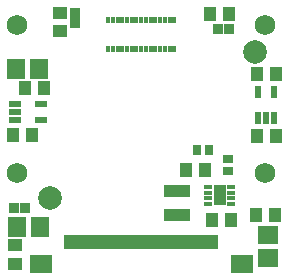
<source format=gts>
G04*
G04 #@! TF.GenerationSoftware,Altium Limited,Altium Designer,19.1.8 (144)*
G04*
G04 Layer_Color=8388736*
%FSLAX44Y44*%
%MOMM*%
G71*
G01*
G75*
%ADD29R,0.3200X0.6000*%
%ADD30R,0.5000X1.0000*%
%ADD31R,1.0000X0.5000*%
%ADD32R,0.6400X0.4200*%
%ADD33R,1.0400X1.7400*%
%ADD34R,1.1032X1.2032*%
%ADD35R,0.7532X0.8532*%
%ADD36R,2.2032X1.0032*%
%ADD37R,0.8232X0.8232*%
%ADD38R,0.5032X1.2032*%
%ADD39R,1.8532X1.5032*%
%ADD40R,1.5032X1.7032*%
%ADD41R,0.8532X0.7532*%
%ADD42R,1.7032X1.5032*%
%ADD43R,1.2032X1.1032*%
%ADD44R,0.8232X0.8232*%
%ADD45C,2.0000*%
%ADD46C,1.7272*%
%ADD47C,0.5032*%
D29*
X28001Y103309D02*
D03*
X24001D02*
D03*
X20001D02*
D03*
X16001D02*
D03*
X4001D02*
D03*
X1D02*
D03*
X-3999D02*
D03*
X-7999D02*
D03*
X-11999D02*
D03*
X-15999D02*
D03*
X-19999D02*
D03*
X-23999D02*
D03*
X-27999D02*
D03*
Y79309D02*
D03*
X-23999D02*
D03*
X-19999D02*
D03*
X-15999D02*
D03*
X-11999D02*
D03*
X-7999D02*
D03*
X-3999D02*
D03*
X1D02*
D03*
X4001D02*
D03*
X8001D02*
D03*
X12001D02*
D03*
X16001D02*
D03*
X20001D02*
D03*
X24001D02*
D03*
X28001D02*
D03*
X12001Y103309D02*
D03*
X8001D02*
D03*
D30*
X112320Y42849D02*
D03*
Y20849D02*
D03*
X99320Y42849D02*
D03*
Y20849D02*
D03*
X105820D02*
D03*
D31*
X-106504Y25726D02*
D03*
Y32226D02*
D03*
X-84504D02*
D03*
X-106504Y19225D02*
D03*
X-84504D02*
D03*
D32*
X56945Y-37400D02*
D03*
Y-42400D02*
D03*
Y-47400D02*
D03*
Y-52400D02*
D03*
X75945Y-37400D02*
D03*
Y-42400D02*
D03*
Y-47400D02*
D03*
Y-52400D02*
D03*
D33*
X66445Y-44900D02*
D03*
D34*
X113500Y-61250D02*
D03*
X97500D02*
D03*
X38000Y-23500D02*
D03*
X54000D02*
D03*
X60250Y-65500D02*
D03*
X76250D02*
D03*
X98250Y58154D02*
D03*
X114250D02*
D03*
X98250Y5654D02*
D03*
X114250D02*
D03*
X-82504Y45725D02*
D03*
X-98504D02*
D03*
X58362Y109060D02*
D03*
X74362D02*
D03*
X-108160Y5997D02*
D03*
X-92160D02*
D03*
D35*
X47367Y-6428D02*
D03*
X57367D02*
D03*
D36*
X30250Y-41500D02*
D03*
Y-61500D02*
D03*
D37*
X65164Y96360D02*
D03*
X74164D02*
D03*
X-107750Y-55750D02*
D03*
X-98750D02*
D03*
D38*
X-57406Y-84280D02*
D03*
X-47406D02*
D03*
X-52406D02*
D03*
X-37406D02*
D03*
X-27406D02*
D03*
X-32406D02*
D03*
X-17406D02*
D03*
X-12406D02*
D03*
X-7406D02*
D03*
X7594D02*
D03*
X17594D02*
D03*
X12594D02*
D03*
X27594D02*
D03*
X37594D02*
D03*
X32594D02*
D03*
X47594D02*
D03*
X57594D02*
D03*
X52594D02*
D03*
X-62406D02*
D03*
X-42406D02*
D03*
X-22406D02*
D03*
X-2406D02*
D03*
X2594D02*
D03*
X22594D02*
D03*
X42594D02*
D03*
X62594D02*
D03*
D39*
X85344Y-103280D02*
D03*
X-85156D02*
D03*
D40*
X-86000Y-71500D02*
D03*
X-105000D02*
D03*
X-86596Y62484D02*
D03*
X-105596D02*
D03*
D41*
X73406Y-14121D02*
D03*
Y-24121D02*
D03*
D42*
X107250Y-97750D02*
D03*
Y-78750D02*
D03*
D43*
X-106750Y-87000D02*
D03*
Y-103000D02*
D03*
X-68974Y93961D02*
D03*
Y109961D02*
D03*
D44*
X-56020Y100866D02*
D03*
Y109866D02*
D03*
D45*
X-77000Y-47000D02*
D03*
X96520Y76708D02*
D03*
D46*
X105000Y-25690D02*
D03*
X-105000Y99310D02*
D03*
X105000D02*
D03*
X-105000Y-25690D02*
D03*
D47*
X66445Y-49900D02*
D03*
Y-39900D02*
D03*
M02*

</source>
